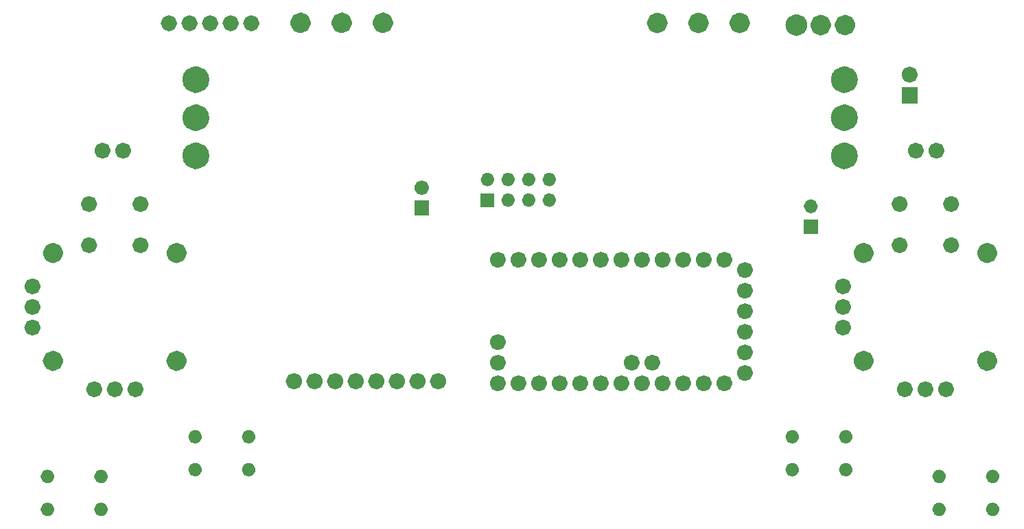
<source format=gbr>
%TF.GenerationSoftware,KiCad,Pcbnew,9.0.2*%
%TF.CreationDate,2025-06-02T23:35:36+05:30*%
%TF.ProjectId,RemoteV2,52656d6f-7465-4563-922e-6b696361645f,rev?*%
%TF.SameCoordinates,Original*%
%TF.FileFunction,Soldermask,Bot*%
%TF.FilePolarity,Negative*%
%FSLAX46Y46*%
G04 Gerber Fmt 4.6, Leading zero omitted, Abs format (unit mm)*
G04 Created by KiCad (PCBNEW 9.0.2) date 2025-06-02 23:35:36*
%MOMM*%
%LPD*%
G01*
G04 APERTURE LIST*
%ADD10C,0.990600*%
%ADD11C,1.301600*%
%ADD12C,1.244600*%
%ADD13C,0.901600*%
%ADD14C,0.863600*%
%ADD15C,1.041400*%
%ADD16C,0.000000*%
%ADD17C,0.850900*%
%ADD18C,0.886600*%
%ADD19C,1.651590*%
%ADD20C,1.001600*%
%ADD21C,1.351600*%
G04 APERTURE END LIST*
D10*
X187671300Y-102824000D02*
G75*
G02*
X186680700Y-102824000I-495300J0D01*
G01*
X186680700Y-102824000D02*
G75*
G02*
X187671300Y-102824000I495300J0D01*
G01*
D11*
X124081800Y-80473000D02*
G75*
G02*
X122780200Y-80473000I-650800J0D01*
G01*
X122780200Y-80473000D02*
G75*
G02*
X124081800Y-80473000I650800J0D01*
G01*
D12*
X183353300Y-122179000D02*
G75*
G02*
X182108700Y-122179000I-622300J0D01*
G01*
X182108700Y-122179000D02*
G75*
G02*
X183353300Y-122179000I622300J0D01*
G01*
X198593300Y-108869000D02*
G75*
G02*
X197348700Y-108869000I-622300J0D01*
G01*
X197348700Y-108869000D02*
G75*
G02*
X198593300Y-108869000I622300J0D01*
G01*
D10*
X107692300Y-80519000D02*
G75*
G02*
X106701700Y-80519000I-495300J0D01*
G01*
X106701700Y-80519000D02*
G75*
G02*
X107692300Y-80519000I495300J0D01*
G01*
X138101300Y-119869000D02*
G75*
G02*
X137110700Y-119869000I-495300J0D01*
G01*
X137110700Y-119869000D02*
G75*
G02*
X138101300Y-119869000I495300J0D01*
G01*
D13*
X128658800Y-100813000D02*
G75*
G02*
X127757200Y-100813000I-450800J0D01*
G01*
X127757200Y-100813000D02*
G75*
G02*
X128658800Y-100813000I450800J0D01*
G01*
D10*
X80686300Y-112984000D02*
G75*
G02*
X79695700Y-112984000I-495300J0D01*
G01*
X79695700Y-112984000D02*
G75*
G02*
X80686300Y-112984000I495300J0D01*
G01*
D14*
X199084800Y-140505000D02*
G75*
G02*
X198221200Y-140505000I-431800J0D01*
G01*
X198221200Y-140505000D02*
G75*
G02*
X199084800Y-140505000I431800J0D01*
G01*
D11*
X168081800Y-80473000D02*
G75*
G02*
X166780200Y-80473000I-650800J0D01*
G01*
X166780200Y-80473000D02*
G75*
G02*
X168081800Y-80473000I650800J0D01*
G01*
D14*
X192480800Y-136441000D02*
G75*
G02*
X191617200Y-136441000I-431800J0D01*
G01*
X191617200Y-136441000D02*
G75*
G02*
X192480800Y-136441000I431800J0D01*
G01*
D10*
X143181300Y-124949000D02*
G75*
G02*
X142190700Y-124949000I-495300J0D01*
G01*
X142190700Y-124949000D02*
G75*
G02*
X143181300Y-124949000I495300J0D01*
G01*
D12*
X98593300Y-122179000D02*
G75*
G02*
X97348700Y-122179000I-622300J0D01*
G01*
X97348700Y-122179000D02*
G75*
G02*
X98593300Y-122179000I622300J0D01*
G01*
D11*
X113921800Y-80473000D02*
G75*
G02*
X112620200Y-80473000I-650800J0D01*
G01*
X112620200Y-80473000D02*
G75*
G02*
X113921800Y-80473000I650800J0D01*
G01*
D15*
X118060700Y-124689000D02*
G75*
G02*
X117019300Y-124689000I-520700J0D01*
G01*
X117019300Y-124689000D02*
G75*
G02*
X118060700Y-124689000I520700J0D01*
G01*
D10*
X180686300Y-118064000D02*
G75*
G02*
X179695700Y-118064000I-495300J0D01*
G01*
X179695700Y-118064000D02*
G75*
G02*
X180686300Y-118064000I495300J0D01*
G01*
X180686300Y-115524000D02*
G75*
G02*
X179695700Y-115524000I-495300J0D01*
G01*
X179695700Y-115524000D02*
G75*
G02*
X180686300Y-115524000I495300J0D01*
G01*
D15*
X125680700Y-124689000D02*
G75*
G02*
X124639300Y-124689000I-520700J0D01*
G01*
X124639300Y-124689000D02*
G75*
G02*
X125680700Y-124689000I520700J0D01*
G01*
D16*
G36*
X189406000Y-90399000D02*
G01*
X187405000Y-90399000D01*
X187405000Y-88398000D01*
X189406000Y-88398000D01*
X189406000Y-90399000D01*
G37*
D15*
X123140700Y-124689000D02*
G75*
G02*
X122099300Y-124689000I-520700J0D01*
G01*
X122099300Y-124689000D02*
G75*
G02*
X123140700Y-124689000I520700J0D01*
G01*
D14*
X180963800Y-131547000D02*
G75*
G02*
X180100200Y-131547000I-431800J0D01*
G01*
X180100200Y-131547000D02*
G75*
G02*
X180963800Y-131547000I431800J0D01*
G01*
D11*
X181085800Y-80742000D02*
G75*
G02*
X179784200Y-80742000I-650800J0D01*
G01*
X179784200Y-80742000D02*
G75*
G02*
X181085800Y-80742000I650800J0D01*
G01*
D10*
X168581300Y-123679000D02*
G75*
G02*
X167590700Y-123679000I-495300J0D01*
G01*
X167590700Y-123679000D02*
G75*
G02*
X168581300Y-123679000I495300J0D01*
G01*
D17*
X144381450Y-99797000D02*
G75*
G02*
X143530550Y-99797000I-425450J0D01*
G01*
X143530550Y-99797000D02*
G75*
G02*
X144381450Y-99797000I425450J0D01*
G01*
D10*
X160961300Y-109709000D02*
G75*
G02*
X159970700Y-109709000I-495300J0D01*
G01*
X159970700Y-109709000D02*
G75*
G02*
X160961300Y-109709000I495300J0D01*
G01*
X138101300Y-124949000D02*
G75*
G02*
X137110700Y-124949000I-495300J0D01*
G01*
X137110700Y-124949000D02*
G75*
G02*
X138101300Y-124949000I495300J0D01*
G01*
D12*
X83353300Y-108869000D02*
G75*
G02*
X82108700Y-108869000I-622300J0D01*
G01*
X82108700Y-108869000D02*
G75*
G02*
X83353300Y-108869000I622300J0D01*
G01*
D10*
X168581300Y-118599000D02*
G75*
G02*
X167590700Y-118599000I-495300J0D01*
G01*
X167590700Y-118599000D02*
G75*
G02*
X168581300Y-118599000I495300J0D01*
G01*
D18*
X176657300Y-103099000D02*
G75*
G02*
X175770700Y-103099000I-443300J0D01*
G01*
X175770700Y-103099000D02*
G75*
G02*
X176657300Y-103099000I443300J0D01*
G01*
D10*
X140641300Y-124949000D02*
G75*
G02*
X139650700Y-124949000I-495300J0D01*
G01*
X139650700Y-124949000D02*
G75*
G02*
X140641300Y-124949000I495300J0D01*
G01*
D14*
X107303800Y-131547000D02*
G75*
G02*
X106440200Y-131547000I-431800J0D01*
G01*
X106440200Y-131547000D02*
G75*
G02*
X107303800Y-131547000I431800J0D01*
G01*
D10*
X192203300Y-96241000D02*
G75*
G02*
X191212700Y-96241000I-495300J0D01*
G01*
X191212700Y-96241000D02*
G75*
G02*
X192203300Y-96241000I495300J0D01*
G01*
D19*
X101176795Y-87473000D02*
G75*
G02*
X99525205Y-87473000I-825795J0D01*
G01*
X99525205Y-87473000D02*
G75*
G02*
X101176795Y-87473000I825795J0D01*
G01*
D14*
X174359800Y-135611000D02*
G75*
G02*
X173496200Y-135611000I-431800J0D01*
G01*
X173496200Y-135611000D02*
G75*
G02*
X174359800Y-135611000I431800J0D01*
G01*
D10*
X138101300Y-122409000D02*
G75*
G02*
X137110700Y-122409000I-495300J0D01*
G01*
X137110700Y-122409000D02*
G75*
G02*
X138101300Y-122409000I495300J0D01*
G01*
D19*
X101176795Y-92172000D02*
G75*
G02*
X99525205Y-92172000I-825795J0D01*
G01*
X99525205Y-92172000D02*
G75*
G02*
X101176795Y-92172000I825795J0D01*
G01*
D10*
X94021300Y-107904000D02*
G75*
G02*
X93030700Y-107904000I-495300J0D01*
G01*
X93030700Y-107904000D02*
G75*
G02*
X94021300Y-107904000I495300J0D01*
G01*
X138101300Y-109709000D02*
G75*
G02*
X137110700Y-109709000I-495300J0D01*
G01*
X137110700Y-109709000D02*
G75*
G02*
X138101300Y-109709000I495300J0D01*
G01*
D19*
X181176795Y-96871000D02*
G75*
G02*
X179525205Y-96871000I-825795J0D01*
G01*
X179525205Y-96871000D02*
G75*
G02*
X181176795Y-96871000I825795J0D01*
G01*
D10*
X163501300Y-124949000D02*
G75*
G02*
X162510700Y-124949000I-495300J0D01*
G01*
X162510700Y-124949000D02*
G75*
G02*
X163501300Y-124949000I495300J0D01*
G01*
D14*
X100699800Y-131547000D02*
G75*
G02*
X99836200Y-131547000I-431800J0D01*
G01*
X99836200Y-131547000D02*
G75*
G02*
X100699800Y-131547000I431800J0D01*
G01*
D10*
X189663300Y-96241000D02*
G75*
G02*
X188672700Y-96241000I-495300J0D01*
G01*
X188672700Y-96241000D02*
G75*
G02*
X189663300Y-96241000I495300J0D01*
G01*
X193386300Y-125684000D02*
G75*
G02*
X192395700Y-125684000I-495300J0D01*
G01*
X192395700Y-125684000D02*
G75*
G02*
X193386300Y-125684000I495300J0D01*
G01*
X166041300Y-124949000D02*
G75*
G02*
X165050700Y-124949000I-495300J0D01*
G01*
X165050700Y-124949000D02*
G75*
G02*
X166041300Y-124949000I495300J0D01*
G01*
D17*
X141841450Y-99797000D02*
G75*
G02*
X140990550Y-99797000I-425450J0D01*
G01*
X140990550Y-99797000D02*
G75*
G02*
X141841450Y-99797000I425450J0D01*
G01*
D10*
X187671300Y-107904000D02*
G75*
G02*
X186680700Y-107904000I-495300J0D01*
G01*
X186680700Y-107904000D02*
G75*
G02*
X187671300Y-107904000I495300J0D01*
G01*
D14*
X174359800Y-131547000D02*
G75*
G02*
X173496200Y-131547000I-431800J0D01*
G01*
X173496200Y-131547000D02*
G75*
G02*
X174359800Y-131547000I431800J0D01*
G01*
D10*
X180686300Y-112984000D02*
G75*
G02*
X179695700Y-112984000I-495300J0D01*
G01*
X179695700Y-112984000D02*
G75*
G02*
X180686300Y-112984000I495300J0D01*
G01*
X87671300Y-107904000D02*
G75*
G02*
X86680700Y-107904000I-495300J0D01*
G01*
X86680700Y-107904000D02*
G75*
G02*
X87671300Y-107904000I495300J0D01*
G01*
X168581300Y-116059000D02*
G75*
G02*
X167590700Y-116059000I-495300J0D01*
G01*
X167590700Y-116059000D02*
G75*
G02*
X168581300Y-116059000I495300J0D01*
G01*
X194021300Y-107904000D02*
G75*
G02*
X193030700Y-107904000I-495300J0D01*
G01*
X193030700Y-107904000D02*
G75*
G02*
X194021300Y-107904000I495300J0D01*
G01*
X87671300Y-102824000D02*
G75*
G02*
X86680700Y-102824000I-495300J0D01*
G01*
X86680700Y-102824000D02*
G75*
G02*
X87671300Y-102824000I495300J0D01*
G01*
D11*
X157921800Y-80473000D02*
G75*
G02*
X156620200Y-80473000I-650800J0D01*
G01*
X156620200Y-80473000D02*
G75*
G02*
X157921800Y-80473000I650800J0D01*
G01*
D10*
X157151300Y-122403000D02*
G75*
G02*
X156160700Y-122403000I-495300J0D01*
G01*
X156160700Y-122403000D02*
G75*
G02*
X157151300Y-122403000I495300J0D01*
G01*
D19*
X101176795Y-96871000D02*
G75*
G02*
X99525205Y-96871000I-825795J0D01*
G01*
X99525205Y-96871000D02*
G75*
G02*
X101176795Y-96871000I825795J0D01*
G01*
D16*
G36*
X129109000Y-104215000D02*
G01*
X127306000Y-104215000D01*
X127306000Y-102411000D01*
X129109000Y-102411000D01*
X129109000Y-104215000D01*
G37*
D10*
X158421300Y-124949000D02*
G75*
G02*
X157430700Y-124949000I-495300J0D01*
G01*
X157430700Y-124949000D02*
G75*
G02*
X158421300Y-124949000I495300J0D01*
G01*
X145721300Y-124949000D02*
G75*
G02*
X144730700Y-124949000I-495300J0D01*
G01*
X144730700Y-124949000D02*
G75*
G02*
X145721300Y-124949000I495300J0D01*
G01*
D19*
X181176795Y-92172000D02*
G75*
G02*
X179525205Y-92172000I-825795J0D01*
G01*
X179525205Y-92172000D02*
G75*
G02*
X181176795Y-92172000I825795J0D01*
G01*
D10*
X89333300Y-96241000D02*
G75*
G02*
X88342700Y-96241000I-495300J0D01*
G01*
X88342700Y-96241000D02*
G75*
G02*
X89333300Y-96241000I495300J0D01*
G01*
D14*
X180963800Y-135611000D02*
G75*
G02*
X180100200Y-135611000I-431800J0D01*
G01*
X180100200Y-135611000D02*
G75*
G02*
X180963800Y-135611000I431800J0D01*
G01*
D12*
X198593300Y-122179000D02*
G75*
G02*
X197348700Y-122179000I-622300J0D01*
G01*
X197348700Y-122179000D02*
G75*
G02*
X198593300Y-122179000I622300J0D01*
G01*
D10*
X80686300Y-118064000D02*
G75*
G02*
X79695700Y-118064000I-495300J0D01*
G01*
X79695700Y-118064000D02*
G75*
G02*
X80686300Y-118064000I495300J0D01*
G01*
X154611300Y-122403000D02*
G75*
G02*
X153620700Y-122403000I-495300J0D01*
G01*
X153620700Y-122403000D02*
G75*
G02*
X154611300Y-122403000I495300J0D01*
G01*
D14*
X82480800Y-136441000D02*
G75*
G02*
X81617200Y-136441000I-431800J0D01*
G01*
X81617200Y-136441000D02*
G75*
G02*
X82480800Y-136441000I431800J0D01*
G01*
D10*
X148261300Y-124949000D02*
G75*
G02*
X147270700Y-124949000I-495300J0D01*
G01*
X147270700Y-124949000D02*
G75*
G02*
X148261300Y-124949000I495300J0D01*
G01*
D14*
X82480800Y-140505000D02*
G75*
G02*
X81617200Y-140505000I-431800J0D01*
G01*
X81617200Y-140505000D02*
G75*
G02*
X82480800Y-140505000I431800J0D01*
G01*
D10*
X150801300Y-124949000D02*
G75*
G02*
X149810700Y-124949000I-495300J0D01*
G01*
X149810700Y-124949000D02*
G75*
G02*
X150801300Y-124949000I495300J0D01*
G01*
D17*
X141841450Y-102337000D02*
G75*
G02*
X140990550Y-102337000I-425450J0D01*
G01*
X140990550Y-102337000D02*
G75*
G02*
X141841450Y-102337000I425450J0D01*
G01*
D12*
X183353300Y-108869000D02*
G75*
G02*
X182108700Y-108869000I-622300J0D01*
G01*
X182108700Y-108869000D02*
G75*
G02*
X183353300Y-108869000I622300J0D01*
G01*
D17*
X136761450Y-99797000D02*
G75*
G02*
X135910550Y-99797000I-425450J0D01*
G01*
X135910550Y-99797000D02*
G75*
G02*
X136761450Y-99797000I425450J0D01*
G01*
D10*
X153341300Y-109709000D02*
G75*
G02*
X152350700Y-109709000I-495300J0D01*
G01*
X152350700Y-109709000D02*
G75*
G02*
X153341300Y-109709000I495300J0D01*
G01*
X168581300Y-121139000D02*
G75*
G02*
X167590700Y-121139000I-495300J0D01*
G01*
X167590700Y-121139000D02*
G75*
G02*
X168581300Y-121139000I495300J0D01*
G01*
X168581300Y-113519000D02*
G75*
G02*
X167590700Y-113519000I-495300J0D01*
G01*
X167590700Y-113519000D02*
G75*
G02*
X168581300Y-113519000I495300J0D01*
G01*
X153341300Y-124949000D02*
G75*
G02*
X152350700Y-124949000I-495300J0D01*
G01*
X152350700Y-124949000D02*
G75*
G02*
X153341300Y-124949000I495300J0D01*
G01*
X155881300Y-109709000D02*
G75*
G02*
X154890700Y-109709000I-495300J0D01*
G01*
X154890700Y-109709000D02*
G75*
G02*
X155881300Y-109709000I495300J0D01*
G01*
D15*
X120600700Y-124689000D02*
G75*
G02*
X119559300Y-124689000I-520700J0D01*
G01*
X119559300Y-124689000D02*
G75*
G02*
X120600700Y-124689000I520700J0D01*
G01*
D10*
X80686300Y-115524000D02*
G75*
G02*
X79695700Y-115524000I-495300J0D01*
G01*
X79695700Y-115524000D02*
G75*
G02*
X80686300Y-115524000I495300J0D01*
G01*
X150801300Y-109709000D02*
G75*
G02*
X149810700Y-109709000I-495300J0D01*
G01*
X149810700Y-109709000D02*
G75*
G02*
X150801300Y-109709000I495300J0D01*
G01*
X100072300Y-80519000D02*
G75*
G02*
X99081700Y-80519000I-495300J0D01*
G01*
X99081700Y-80519000D02*
G75*
G02*
X100072300Y-80519000I495300J0D01*
G01*
D14*
X100699800Y-135611000D02*
G75*
G02*
X99836200Y-135611000I-431800J0D01*
G01*
X99836200Y-135611000D02*
G75*
G02*
X100699800Y-135611000I431800J0D01*
G01*
D16*
G36*
X137186000Y-103188000D02*
G01*
X135485000Y-103188000D01*
X135485000Y-101487000D01*
X137186000Y-101487000D01*
X137186000Y-103188000D01*
G37*
D10*
X163501300Y-109709000D02*
G75*
G02*
X162510700Y-109709000I-495300J0D01*
G01*
X162510700Y-109709000D02*
G75*
G02*
X163501300Y-109709000I495300J0D01*
G01*
X105152300Y-80519000D02*
G75*
G02*
X104161700Y-80519000I-495300J0D01*
G01*
X104161700Y-80519000D02*
G75*
G02*
X105152300Y-80519000I495300J0D01*
G01*
D12*
X83353300Y-122179000D02*
G75*
G02*
X82108700Y-122179000I-622300J0D01*
G01*
X82108700Y-122179000D02*
G75*
G02*
X83353300Y-122179000I622300J0D01*
G01*
D15*
X128220700Y-124689000D02*
G75*
G02*
X127179300Y-124689000I-520700J0D01*
G01*
X127179300Y-124689000D02*
G75*
G02*
X128220700Y-124689000I520700J0D01*
G01*
D11*
X163001800Y-80473000D02*
G75*
G02*
X161700200Y-80473000I-650800J0D01*
G01*
X161700200Y-80473000D02*
G75*
G02*
X163001800Y-80473000I650800J0D01*
G01*
D10*
X102612300Y-80519000D02*
G75*
G02*
X101621700Y-80519000I-495300J0D01*
G01*
X101621700Y-80519000D02*
G75*
G02*
X102612300Y-80519000I495300J0D01*
G01*
D15*
X130760700Y-124689000D02*
G75*
G02*
X129719300Y-124689000I-520700J0D01*
G01*
X129719300Y-124689000D02*
G75*
G02*
X130760700Y-124689000I520700J0D01*
G01*
D14*
X107303800Y-135611000D02*
G75*
G02*
X106440200Y-135611000I-431800J0D01*
G01*
X106440200Y-135611000D02*
G75*
G02*
X107303800Y-135611000I431800J0D01*
G01*
D10*
X88306300Y-125684000D02*
G75*
G02*
X87315700Y-125684000I-495300J0D01*
G01*
X87315700Y-125684000D02*
G75*
G02*
X88306300Y-125684000I495300J0D01*
G01*
D17*
X144381450Y-102337000D02*
G75*
G02*
X143530550Y-102337000I-425450J0D01*
G01*
X143530550Y-102337000D02*
G75*
G02*
X144381450Y-102337000I425450J0D01*
G01*
D10*
X158421300Y-109709000D02*
G75*
G02*
X157430700Y-109709000I-495300J0D01*
G01*
X157430700Y-109709000D02*
G75*
G02*
X158421300Y-109709000I495300J0D01*
G01*
X155881300Y-124949000D02*
G75*
G02*
X154890700Y-124949000I-495300J0D01*
G01*
X154890700Y-124949000D02*
G75*
G02*
X155881300Y-124949000I495300J0D01*
G01*
X190846300Y-125684000D02*
G75*
G02*
X189855700Y-125684000I-495300J0D01*
G01*
X189855700Y-125684000D02*
G75*
G02*
X190846300Y-125684000I495300J0D01*
G01*
X90846300Y-125684000D02*
G75*
G02*
X89855700Y-125684000I-495300J0D01*
G01*
X89855700Y-125684000D02*
G75*
G02*
X90846300Y-125684000I495300J0D01*
G01*
D11*
X119001800Y-80473000D02*
G75*
G02*
X117700200Y-80473000I-650800J0D01*
G01*
X117700200Y-80473000D02*
G75*
G02*
X119001800Y-80473000I650800J0D01*
G01*
D10*
X166041300Y-109709000D02*
G75*
G02*
X165050700Y-109709000I-495300J0D01*
G01*
X165050700Y-109709000D02*
G75*
G02*
X166041300Y-109709000I495300J0D01*
G01*
D14*
X199084800Y-136441000D02*
G75*
G02*
X198221200Y-136441000I-431800J0D01*
G01*
X198221200Y-136441000D02*
G75*
G02*
X199084800Y-136441000I431800J0D01*
G01*
D10*
X91873300Y-96241000D02*
G75*
G02*
X90882700Y-96241000I-495300J0D01*
G01*
X90882700Y-96241000D02*
G75*
G02*
X91873300Y-96241000I495300J0D01*
G01*
X188306300Y-125684000D02*
G75*
G02*
X187315700Y-125684000I-495300J0D01*
G01*
X187315700Y-125684000D02*
G75*
G02*
X188306300Y-125684000I495300J0D01*
G01*
D15*
X115520700Y-124689000D02*
G75*
G02*
X114479300Y-124689000I-520700J0D01*
G01*
X114479300Y-124689000D02*
G75*
G02*
X115520700Y-124689000I520700J0D01*
G01*
D10*
X143181300Y-109709000D02*
G75*
G02*
X142190700Y-109709000I-495300J0D01*
G01*
X142190700Y-109709000D02*
G75*
G02*
X143181300Y-109709000I495300J0D01*
G01*
D15*
X112980700Y-124689000D02*
G75*
G02*
X111939300Y-124689000I-520700J0D01*
G01*
X111939300Y-124689000D02*
G75*
G02*
X112980700Y-124689000I520700J0D01*
G01*
D10*
X160961300Y-124949000D02*
G75*
G02*
X159970700Y-124949000I-495300J0D01*
G01*
X159970700Y-124949000D02*
G75*
G02*
X160961300Y-124949000I495300J0D01*
G01*
D14*
X89084800Y-136441000D02*
G75*
G02*
X88221200Y-136441000I-431800J0D01*
G01*
X88221200Y-136441000D02*
G75*
G02*
X89084800Y-136441000I431800J0D01*
G01*
D10*
X168581300Y-110979000D02*
G75*
G02*
X167590700Y-110979000I-495300J0D01*
G01*
X167590700Y-110979000D02*
G75*
G02*
X168581300Y-110979000I495300J0D01*
G01*
X148261300Y-109709000D02*
G75*
G02*
X147270700Y-109709000I-495300J0D01*
G01*
X147270700Y-109709000D02*
G75*
G02*
X148261300Y-109709000I495300J0D01*
G01*
D16*
G36*
X177100000Y-106526000D02*
G01*
X175327000Y-106526000D01*
X175327000Y-104753000D01*
X177100000Y-104753000D01*
X177100000Y-106526000D01*
G37*
D17*
X139301450Y-99797000D02*
G75*
G02*
X138450550Y-99797000I-425450J0D01*
G01*
X138450550Y-99797000D02*
G75*
G02*
X139301450Y-99797000I425450J0D01*
G01*
D10*
X145721300Y-109709000D02*
G75*
G02*
X144730700Y-109709000I-495300J0D01*
G01*
X144730700Y-109709000D02*
G75*
G02*
X145721300Y-109709000I495300J0D01*
G01*
D17*
X139301450Y-102337000D02*
G75*
G02*
X138450550Y-102337000I-425450J0D01*
G01*
X138450550Y-102337000D02*
G75*
G02*
X139301450Y-102337000I425450J0D01*
G01*
D12*
X98593300Y-108869000D02*
G75*
G02*
X97348700Y-108869000I-622300J0D01*
G01*
X97348700Y-108869000D02*
G75*
G02*
X98593300Y-108869000I622300J0D01*
G01*
D10*
X93386300Y-125684000D02*
G75*
G02*
X92395700Y-125684000I-495300J0D01*
G01*
X92395700Y-125684000D02*
G75*
G02*
X93386300Y-125684000I495300J0D01*
G01*
X97532300Y-80519000D02*
G75*
G02*
X96541700Y-80519000I-495300J0D01*
G01*
X96541700Y-80519000D02*
G75*
G02*
X97532300Y-80519000I495300J0D01*
G01*
D14*
X89084800Y-140505000D02*
G75*
G02*
X88221200Y-140505000I-431800J0D01*
G01*
X88221200Y-140505000D02*
G75*
G02*
X89084800Y-140505000I431800J0D01*
G01*
D10*
X140641300Y-109709000D02*
G75*
G02*
X139650700Y-109709000I-495300J0D01*
G01*
X139650700Y-109709000D02*
G75*
G02*
X140641300Y-109709000I495300J0D01*
G01*
D11*
X178086800Y-80742000D02*
G75*
G02*
X176785200Y-80742000I-650800J0D01*
G01*
X176785200Y-80742000D02*
G75*
G02*
X178086800Y-80742000I650800J0D01*
G01*
D20*
X188906800Y-86859000D02*
G75*
G02*
X187905200Y-86859000I-500800J0D01*
G01*
X187905200Y-86859000D02*
G75*
G02*
X188906800Y-86859000I500800J0D01*
G01*
D10*
X194021300Y-102824000D02*
G75*
G02*
X193030700Y-102824000I-495300J0D01*
G01*
X193030700Y-102824000D02*
G75*
G02*
X194021300Y-102824000I495300J0D01*
G01*
D21*
X175111800Y-80742000D02*
G75*
G02*
X173760200Y-80742000I-675800J0D01*
G01*
X173760200Y-80742000D02*
G75*
G02*
X175111800Y-80742000I675800J0D01*
G01*
D10*
X94021300Y-102824000D02*
G75*
G02*
X93030700Y-102824000I-495300J0D01*
G01*
X93030700Y-102824000D02*
G75*
G02*
X94021300Y-102824000I495300J0D01*
G01*
D14*
X192480800Y-140505000D02*
G75*
G02*
X191617200Y-140505000I-431800J0D01*
G01*
X191617200Y-140505000D02*
G75*
G02*
X192480800Y-140505000I431800J0D01*
G01*
D19*
X181176795Y-87473000D02*
G75*
G02*
X179525205Y-87473000I-825795J0D01*
G01*
X179525205Y-87473000D02*
G75*
G02*
X181176795Y-87473000I825795J0D01*
G01*
M02*

</source>
